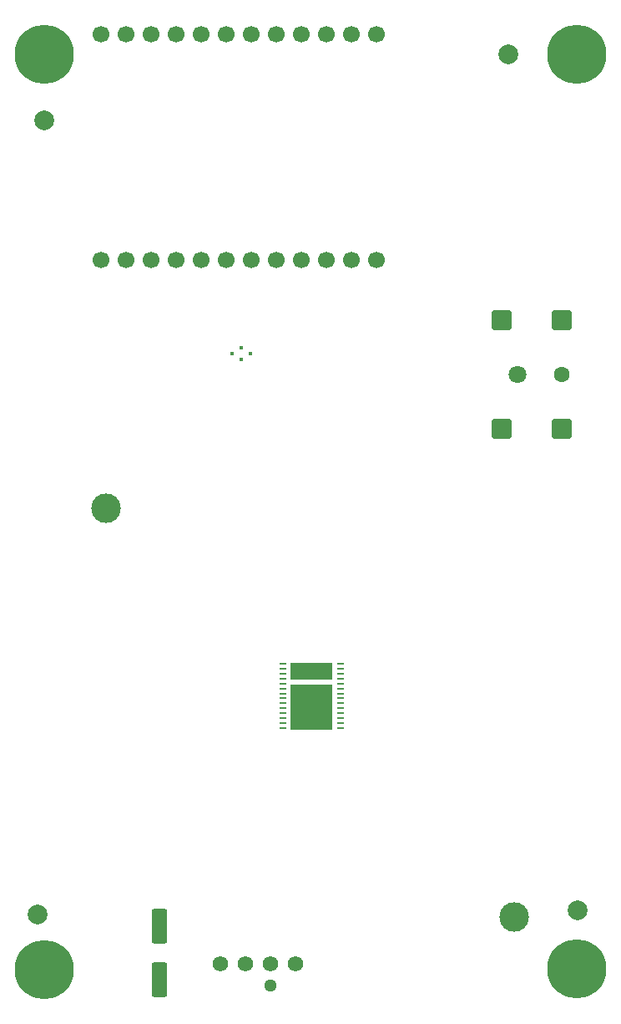
<source format=gbs>
G04 #@! TF.GenerationSoftware,KiCad,Pcbnew,7.0.1*
G04 #@! TF.CreationDate,2024-04-18T01:50:12+02:00*
G04 #@! TF.ProjectId,NerdAxe_ultra,4e657264-4178-4655-9f75-6c7472612e6b,rev?*
G04 #@! TF.SameCoordinates,Original*
G04 #@! TF.FileFunction,Soldermask,Bot*
G04 #@! TF.FilePolarity,Negative*
%FSLAX46Y46*%
G04 Gerber Fmt 4.6, Leading zero omitted, Abs format (unit mm)*
G04 Created by KiCad (PCBNEW 7.0.1) date 2024-04-18 01:50:12*
%MOMM*%
%LPD*%
G01*
G04 APERTURE LIST*
G04 Aperture macros list*
%AMRoundRect*
0 Rectangle with rounded corners*
0 $1 Rounding radius*
0 $2 $3 $4 $5 $6 $7 $8 $9 X,Y pos of 4 corners*
0 Add a 4 corners polygon primitive as box body*
4,1,4,$2,$3,$4,$5,$6,$7,$8,$9,$2,$3,0*
0 Add four circle primitives for the rounded corners*
1,1,$1+$1,$2,$3*
1,1,$1+$1,$4,$5*
1,1,$1+$1,$6,$7*
1,1,$1+$1,$8,$9*
0 Add four rect primitives between the rounded corners*
20,1,$1+$1,$2,$3,$4,$5,0*
20,1,$1+$1,$4,$5,$6,$7,0*
20,1,$1+$1,$6,$7,$8,$9,0*
20,1,$1+$1,$8,$9,$2,$3,0*%
G04 Aperture macros list end*
%ADD10C,3.000000*%
%ADD11C,0.800000*%
%ADD12C,6.000000*%
%ADD13C,0.400000*%
%ADD14C,1.295400*%
%ADD15C,1.574800*%
%ADD16C,1.700000*%
%ADD17C,2.000000*%
%ADD18R,0.792000X0.221000*%
%ADD19R,4.277000X1.810000*%
%ADD20R,4.277000X4.530000*%
%ADD21RoundRect,0.250000X-0.550000X1.500000X-0.550000X-1.500000X0.550000X-1.500000X0.550000X1.500000X0*%
%ADD22C,1.600000*%
%ADD23C,1.800000*%
%ADD24RoundRect,0.250000X-0.750000X0.750000X-0.750000X-0.750000X0.750000X-0.750000X0.750000X0.750000X0*%
G04 APERTURE END LIST*
D10*
X84764000Y-97095200D03*
D11*
X76250000Y-143830990D03*
X76909010Y-142240000D03*
X76909010Y-145421980D03*
X78500000Y-141580990D03*
D12*
X78500000Y-143830990D03*
D11*
X78500000Y-146080990D03*
X80090990Y-142240000D03*
X80090990Y-145421980D03*
X80750000Y-143830990D03*
D10*
X126130000Y-138461000D03*
D11*
X130250000Y-143728000D03*
X130909010Y-142137010D03*
X130909010Y-145318990D03*
X132500000Y-141478000D03*
D12*
X132500000Y-143728000D03*
D11*
X132500000Y-145978000D03*
X134090990Y-142137010D03*
X134090990Y-145318990D03*
X134750000Y-143728000D03*
X76250000Y-51054000D03*
X76909010Y-49463010D03*
X76909010Y-52644990D03*
X78500000Y-48804000D03*
D12*
X78500000Y-51054000D03*
D11*
X78500000Y-53304000D03*
X80090990Y-49463010D03*
X80090990Y-52644990D03*
X80750000Y-51054000D03*
X130250000Y-51120990D03*
X130909010Y-49530000D03*
X130909010Y-52711980D03*
X132500000Y-48870990D03*
D12*
X132500000Y-51120990D03*
D11*
X132500000Y-53370990D03*
X134090990Y-49530000D03*
X134090990Y-52711980D03*
X134750000Y-51120990D03*
D13*
X98446291Y-80836200D03*
X99396291Y-81411200D03*
X97496291Y-81411200D03*
X98446291Y-81986200D03*
D14*
X101462400Y-145400852D03*
D15*
X96382400Y-143240851D03*
X98922400Y-143240851D03*
X101462400Y-143240851D03*
X104002400Y-143240851D03*
D16*
X84250000Y-71942000D03*
X86790000Y-71942000D03*
X89330000Y-71942000D03*
X91870000Y-71942000D03*
X94410000Y-71942000D03*
X96950000Y-71942000D03*
X99490000Y-71942000D03*
X102030000Y-71942000D03*
X104570000Y-71942000D03*
X107110000Y-71942000D03*
X109650000Y-71942000D03*
X112190000Y-71942000D03*
X112190000Y-49022000D03*
X109650000Y-49022000D03*
X107110000Y-49022000D03*
X104570000Y-49022000D03*
X102030000Y-49022000D03*
X99490000Y-49022000D03*
X96950000Y-49022000D03*
X94410000Y-49022000D03*
X91870000Y-49022000D03*
X89330000Y-49022000D03*
X86790000Y-49022000D03*
X84250000Y-49022000D03*
D17*
X132588000Y-137795000D03*
D18*
X108528000Y-112805000D03*
X108528000Y-113307000D03*
X108528000Y-113809000D03*
X108528000Y-114311000D03*
X108528000Y-114813000D03*
X108528000Y-115315000D03*
X108528000Y-115817000D03*
X108528000Y-116319000D03*
X108528000Y-116821000D03*
X108528000Y-117323000D03*
X108528000Y-117825000D03*
X108528000Y-118327000D03*
X108528000Y-118829000D03*
X108528000Y-119331000D03*
X102696000Y-119318000D03*
X102696000Y-118818000D03*
X102696000Y-118318000D03*
X102696000Y-117818000D03*
X102696000Y-117318000D03*
X102696000Y-116821000D03*
X102696000Y-116318000D03*
X102696000Y-115817000D03*
X102696000Y-115315000D03*
X102696000Y-114813000D03*
X102696000Y-114311000D03*
X102696000Y-113818000D03*
X102696000Y-113307000D03*
X102696000Y-112818000D03*
D19*
X105612000Y-113600000D03*
D20*
X105612000Y-117176000D03*
D17*
X78486000Y-57785000D03*
D21*
X90170000Y-139413000D03*
X90170000Y-144813000D03*
D22*
X131000000Y-83500000D03*
D23*
X126500000Y-83500000D03*
D24*
X131000000Y-78000000D03*
X124850000Y-78000000D03*
X131000000Y-89000000D03*
X124850000Y-89000000D03*
D17*
X125603000Y-51054000D03*
X77851000Y-138176000D03*
M02*

</source>
